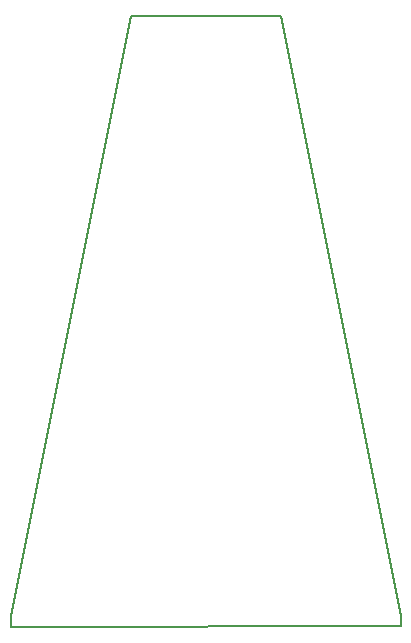
<source format=gbr>
G04 #@! TF.GenerationSoftware,KiCad,Pcbnew,(6.0.4)*
G04 #@! TF.CreationDate,2022-07-14T10:50:46-04:00*
G04 #@! TF.ProjectId,xxxkit_design,7261746b-6974-45f6-9465-7369676e2e6b,xxxKit2022_proA*
G04 #@! TF.SameCoordinates,PX41672a0PY65bcec0*
G04 #@! TF.FileFunction,Profile,NP*
%FSLAX46Y46*%
G04 Gerber Fmt 4.6, Leading zero omitted, Abs format (unit mm)*
G04 Created by KiCad (PCBNEW (6.0.4)) date 2022-07-14 10:50:46*
%MOMM*%
%LPD*%
G01*
G04 APERTURE LIST*
G04 #@! TA.AperFunction,Profile*
%ADD10C,0.150000*%
G04 #@! TD*
G04 APERTURE END LIST*
D10*
X38100000Y5080000D02*
X38100000Y4191000D01*
X5080000Y4165600D01*
X5080000Y5080000D01*
X15240000Y55880000D01*
X27940000Y55880000D01*
X38100000Y5080000D01*
M02*

</source>
